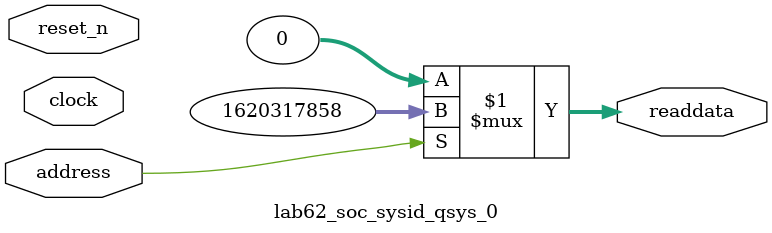
<source format=v>



// synthesis translate_off
`timescale 1ns / 1ps
// synthesis translate_on

// turn off superfluous verilog processor warnings 
// altera message_level Level1 
// altera message_off 10034 10035 10036 10037 10230 10240 10030 

module lab62_soc_sysid_qsys_0 (
               // inputs:
                address,
                clock,
                reset_n,

               // outputs:
                readdata
             )
;

  output  [ 31: 0] readdata;
  input            address;
  input            clock;
  input            reset_n;

  wire    [ 31: 0] readdata;
  //control_slave, which is an e_avalon_slave
  assign readdata = address ? 1620317858 : 0;

endmodule



</source>
